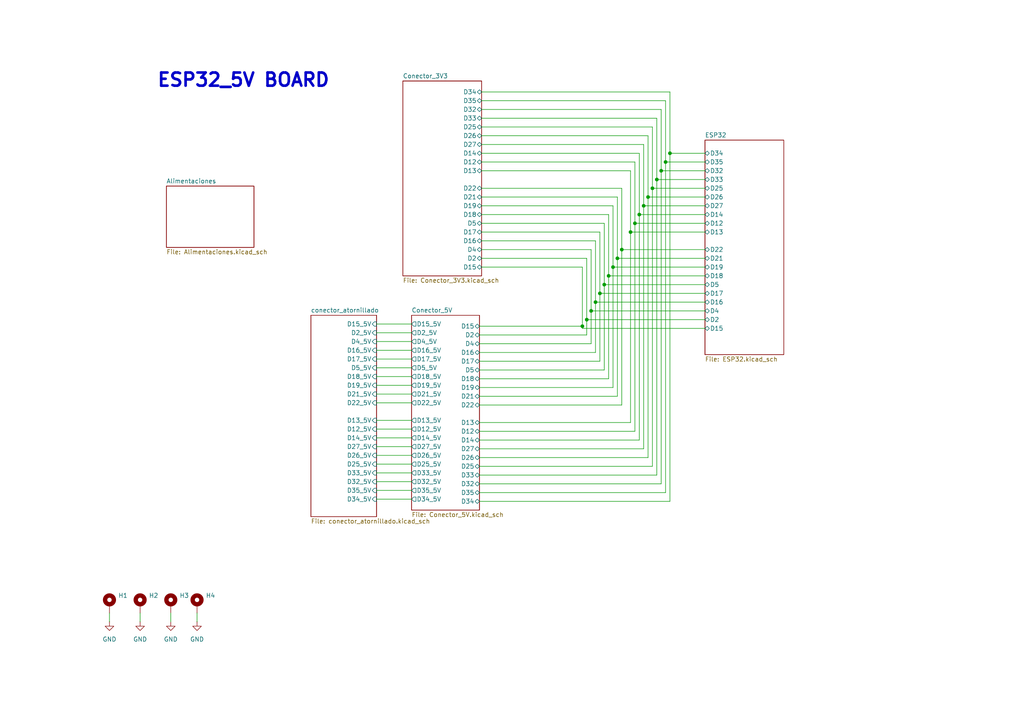
<source format=kicad_sch>
(kicad_sch (version 20250114) (generator "eeschema") (generator_version "9.0")
  (paper "A4")
  (lib_symbols
    (symbol "Mechanical:MountingHole_Pad" (pin_numbers (hide yes)) (pin_names (offset 1.016) (hide yes)) (in_bom no)
      (property "Reference" "H" (at 0 6.35 0))
      (property "Value" "MountingHole_Pad" (at 0 4.445 0))
      (symbol "MountingHole_Pad_0_1"
        (circle (center 0 1.27) (radius 1.27) (stroke (width 1.27)))
      )
      (symbol "MountingHole_Pad_1_1"
        (pin input line (at 0 -2.54 90) (length 2.54) (name "1") (number "1"))
      )
    )
    (symbol "power:GND" (power) (pin_numbers (hide yes)) (pin_names (offset 0) (hide yes))
      (property "Value" "GND" (at 0 -3.81 0))
      (symbol "GND_0_1"
        (polyline (pts (xy 0 0) (xy 0 -1.27) (xy 1.27 -1.27) (xy 0 -2.54) (xy -1.27 -1.27) (xy 0 -1.27)))
      )
      (symbol "GND_1_1"
        (pin power_in line (at 0 0 270) (length 0) (name "~") (number "1"))
      )
    )
  )
  (text "ESP32_5V BOARD" (at 70.612 23.368 0) (effects (font (size 3.81 3.81) (thickness 0.762) (bold yes))))
  (junction (at 193.04 46.99))
  (junction (at 185.42 62.23))
  (junction (at 187.96 57.15))
  (junction (at 186.69 59.69))
  (junction (at 173.99 85.09))
  (junction (at 168.91 94.615))
  (junction (at 180.34 72.39))
  (junction (at 182.88 67.31))
  (junction (at 171.45 90.17))
  (junction (at 179.07 74.93))
  (junction (at 189.23 54.61))
  (junction (at 176.53 80.01))
  (junction (at 194.31 44.45))
  (junction (at 177.8 77.47))
  (junction (at 184.15 64.77))
  (junction (at 190.5 52.07))
  (junction (at 172.72 87.63))
  (junction (at 175.26 82.55))
  (junction (at 191.77 49.53))
  (junction (at 170.18 92.71))
  (wire (pts (xy 119.38 101.6) (xy 109.22 101.6)))
  (wire (pts (xy 139.065 94.615) (xy 168.91 94.615)))
  (wire (pts (xy 186.69 59.69) (xy 204.47 59.69)))
  (wire (pts (xy 170.18 92.71) (xy 170.18 97.155)))
  (wire (pts (xy 171.45 90.17) (xy 171.45 72.39)))
  (wire (pts (xy 182.88 122.555) (xy 182.88 67.31)))
  (wire (pts (xy 189.23 135.255) (xy 189.23 54.61)))
  (wire (pts (xy 171.45 99.695) (xy 171.45 90.17)))
  (wire (pts (xy 190.5 137.795) (xy 190.5 52.07)))
  (wire (pts (xy 139.065 140.335) (xy 191.77 140.335)))
  (wire (pts (xy 193.04 142.875) (xy 193.04 46.99)))
  (wire (pts (xy 139.065 114.935) (xy 179.07 114.935)))
  (wire (pts (xy 180.34 117.475) (xy 180.34 72.39)))
  (wire (pts (xy 190.5 52.07) (xy 204.47 52.07)))
  (wire (pts (xy 177.8 112.395) (xy 177.8 77.47)))
  (wire (pts (xy 119.38 106.68) (xy 109.22 106.68)))
  (wire (pts (xy 189.23 54.61) (xy 189.23 36.83)))
  (wire (pts (xy 109.22 93.98) (xy 119.38 93.98)))
  (wire (pts (xy 173.99 85.09) (xy 173.99 67.31)))
  (wire (pts (xy 184.15 46.99) (xy 139.7 46.99)))
  (wire (pts (xy 139.065 99.695) (xy 171.45 99.695)))
  (wire (pts (xy 31.75 180.34) (xy 31.75 177.8)))
  (wire (pts (xy 175.26 82.55) (xy 175.26 64.77)))
  (wire (pts (xy 119.38 137.16) (xy 109.22 137.16)))
  (wire (pts (xy 119.38 132.08) (xy 109.22 132.08)))
  (wire (pts (xy 40.64 180.34) (xy 40.64 177.8)))
  (wire (pts (xy 185.42 127.635) (xy 185.42 62.23)))
  (wire (pts (xy 194.31 44.45) (xy 204.47 44.45)))
  (wire (pts (xy 175.26 107.315) (xy 175.26 82.55)))
  (wire (pts (xy 170.18 74.93) (xy 139.7 74.93)))
  (wire (pts (xy 185.42 44.45) (xy 139.7 44.45)))
  (wire (pts (xy 170.18 92.71) (xy 204.47 92.71)))
  (wire (pts (xy 139.065 145.415) (xy 194.31 145.415)))
  (wire (pts (xy 193.04 46.99) (xy 193.04 29.21)))
  (wire (pts (xy 184.15 64.77) (xy 204.47 64.77)))
  (wire (pts (xy 139.065 109.855) (xy 176.53 109.855)))
  (wire (pts (xy 171.45 72.39) (xy 139.7 72.39)))
  (wire (pts (xy 186.69 130.175) (xy 186.69 59.69)))
  (wire (pts (xy 176.53 80.01) (xy 176.53 62.23)))
  (wire (pts (xy 139.065 122.555) (xy 182.88 122.555)))
  (wire (pts (xy 168.91 77.47) (xy 139.7 77.47)))
  (wire (pts (xy 173.99 85.09) (xy 204.47 85.09)))
  (wire (pts (xy 171.45 90.17) (xy 204.47 90.17)))
  (wire (pts (xy 139.065 142.875) (xy 193.04 142.875)))
  (wire (pts (xy 139.065 102.235) (xy 172.72 102.235)))
  (wire (pts (xy 191.77 49.53) (xy 204.47 49.53)))
  (wire (pts (xy 194.31 44.45) (xy 194.31 26.67)))
  (wire (pts (xy 193.04 46.99) (xy 204.47 46.99)))
  (wire (pts (xy 175.26 82.55) (xy 204.47 82.55)))
  (wire (pts (xy 119.38 116.84) (xy 109.22 116.84)))
  (wire (pts (xy 139.065 117.475) (xy 180.34 117.475)))
  (wire (pts (xy 119.38 104.14) (xy 109.22 104.14)))
  (wire (pts (xy 172.72 69.85) (xy 139.7 69.85)))
  (wire (pts (xy 180.34 54.61) (xy 139.7 54.61)))
  (wire (pts (xy 176.53 80.01) (xy 204.47 80.01)))
  (wire (pts (xy 177.8 77.47) (xy 177.8 59.69)))
  (wire (pts (xy 190.5 34.29) (xy 139.7 34.29)))
  (wire (pts (xy 184.15 125.095) (xy 184.15 64.77)))
  (wire (pts (xy 168.91 94.615) (xy 168.91 95.25)))
  (wire (pts (xy 179.07 114.935) (xy 179.07 74.93)))
  (wire (pts (xy 119.38 111.76) (xy 109.22 111.76)))
  (wire (pts (xy 139.065 127.635) (xy 185.42 127.635)))
  (wire (pts (xy 186.69 59.69) (xy 186.69 41.91)))
  (wire (pts (xy 172.72 87.63) (xy 204.47 87.63)))
  (wire (pts (xy 139.065 130.175) (xy 186.69 130.175)))
  (wire (pts (xy 49.53 180.34) (xy 49.53 177.8)))
  (wire (pts (xy 139.065 97.155) (xy 170.18 97.155)))
  (wire (pts (xy 57.15 180.34) (xy 57.15 177.8)))
  (wire (pts (xy 185.42 62.23) (xy 185.42 44.45)))
  (wire (pts (xy 191.77 49.53) (xy 191.77 31.75)))
  (wire (pts (xy 179.07 74.93) (xy 179.07 57.15)))
  (wire (pts (xy 187.96 39.37) (xy 139.7 39.37)))
  (wire (pts (xy 139.065 137.795) (xy 190.5 137.795)))
  (wire (pts (xy 168.91 95.25) (xy 204.47 95.25)))
  (wire (pts (xy 109.22 96.52) (xy 119.38 96.52)))
  (wire (pts (xy 139.065 132.715) (xy 187.96 132.715)))
  (wire (pts (xy 139.065 135.255) (xy 189.23 135.255)))
  (wire (pts (xy 139.065 104.775) (xy 173.99 104.775)))
  (wire (pts (xy 119.38 129.54) (xy 109.22 129.54)))
  (wire (pts (xy 194.31 26.67) (xy 139.7 26.67)))
  (wire (pts (xy 119.38 139.7) (xy 109.22 139.7)))
  (wire (pts (xy 139.065 125.095) (xy 184.15 125.095)))
  (wire (pts (xy 176.53 62.23) (xy 139.7 62.23)))
  (wire (pts (xy 184.15 64.77) (xy 184.15 46.99)))
  (wire (pts (xy 170.18 92.71) (xy 170.18 74.93)))
  (wire (pts (xy 182.88 49.53) (xy 139.7 49.53)))
  (wire (pts (xy 194.31 145.415) (xy 194.31 44.45)))
  (wire (pts (xy 109.22 99.06) (xy 119.38 99.06)))
  (wire (pts (xy 139.065 112.395) (xy 177.8 112.395)))
  (wire (pts (xy 186.69 41.91) (xy 139.7 41.91)))
  (wire (pts (xy 189.23 36.83) (xy 139.7 36.83)))
  (wire (pts (xy 168.91 94.615) (xy 168.91 77.47)))
  (wire (pts (xy 139.065 107.315) (xy 175.26 107.315)))
  (wire (pts (xy 191.77 31.75) (xy 139.7 31.75)))
  (wire (pts (xy 119.38 114.3) (xy 109.22 114.3)))
  (wire (pts (xy 187.96 132.715) (xy 187.96 57.15)))
  (wire (pts (xy 180.34 72.39) (xy 180.34 54.61)))
  (wire (pts (xy 173.99 67.31) (xy 139.7 67.31)))
  (wire (pts (xy 119.38 142.24) (xy 109.22 142.24)))
  (wire (pts (xy 193.04 29.21) (xy 139.7 29.21)))
  (wire (pts (xy 172.72 87.63) (xy 172.72 69.85)))
  (wire (pts (xy 182.88 67.31) (xy 204.47 67.31)))
  (wire (pts (xy 176.53 109.855) (xy 176.53 80.01)))
  (wire (pts (xy 119.38 124.46) (xy 109.22 124.46)))
  (wire (pts (xy 119.38 109.22) (xy 109.22 109.22)))
  (wire (pts (xy 189.23 54.61) (xy 204.47 54.61)))
  (wire (pts (xy 180.34 72.39) (xy 204.47 72.39)))
  (wire (pts (xy 177.8 77.47) (xy 204.47 77.47)))
  (wire (pts (xy 119.38 144.78) (xy 109.22 144.78)))
  (wire (pts (xy 187.96 57.15) (xy 187.96 39.37)))
  (wire (pts (xy 190.5 52.07) (xy 190.5 34.29)))
  (wire (pts (xy 119.38 121.92) (xy 109.22 121.92)))
  (wire (pts (xy 175.26 64.77) (xy 139.7 64.77)))
  (wire (pts (xy 179.07 57.15) (xy 139.7 57.15)))
  (wire (pts (xy 185.42 62.23) (xy 204.47 62.23)))
  (wire (pts (xy 119.38 134.62) (xy 109.22 134.62)))
  (wire (pts (xy 173.99 104.775) (xy 173.99 85.09)))
  (wire (pts (xy 187.96 57.15) (xy 204.47 57.15)))
  (wire (pts (xy 177.8 59.69) (xy 139.7 59.69)))
  (wire (pts (xy 179.07 74.93) (xy 204.47 74.93)))
  (wire (pts (xy 119.38 127) (xy 109.22 127)))
  (wire (pts (xy 191.77 140.335) (xy 191.77 49.53)))
  (wire (pts (xy 182.88 67.31) (xy 182.88 49.53)))
  (wire (pts (xy 172.72 87.63) (xy 172.72 102.235)))
  (symbol (lib_id "power:GND") (at 49.53 180.34 0) (unit 1)
    (property "Reference" "#PWR033" (effects (hide yes)))
    (property "Value" "GND" (at 49.53 185.42 0))
    (property "Description" "Power symbol creates a global label with name \"GND\" , ground" (effects (hide yes)))
  )
  (symbol (lib_id "power:GND") (at 31.75 180.34 0) (unit 1)
    (property "Reference" "#PWR031" (effects (hide yes)))
    (property "Value" "GND" (at 31.75 185.42 0))
    (property "Description" "Power symbol creates a global label with name \"GND\" , ground" (effects (hide yes)))
  )
  (symbol (lib_id "Mechanical:MountingHole_Pad") (at 31.75 175.26 0) (unit 1) (in_bom no)
    (property "Reference" "H1" (at 34.29 172.7199 0) (effects (justify left)))
    (property "Value" "MountingHole_Pad" (effects (hide yes)))
    (property "Footprint" "MountingHole:MountingHole_3.2mm_M3_Pad_Via" (effects (hide yes)))
    (property "Description" "Mounting Hole with connection" (effects (hide yes)))
  )
  (symbol (lib_id "Mechanical:MountingHole_Pad") (at 49.53 175.26 0) (unit 1) (in_bom no)
    (property "Reference" "H3" (at 52.07 172.7199 0) (effects (justify left)))
    (property "Value" "MountingHole_Pad" (effects (hide yes)))
    (property "Footprint" "MountingHole:MountingHole_3.2mm_M3_Pad_Via" (effects (hide yes)))
    (property "Description" "Mounting Hole with connection" (effects (hide yes)))
  )
  (symbol (lib_id "Mechanical:MountingHole_Pad") (at 40.64 175.26 0) (unit 1) (in_bom no)
    (property "Reference" "H2" (at 43.18 172.7199 0) (effects (justify left)))
    (property "Value" "MountingHole_Pad" (effects (hide yes)))
    (property "Footprint" "MountingHole:MountingHole_3.2mm_M3_Pad_Via" (effects (hide yes)))
    (property "Description" "Mounting Hole with connection" (effects (hide yes)))
  )
  (symbol (lib_id "Mechanical:MountingHole_Pad") (at 57.15 175.26 0) (unit 1) (in_bom no)
    (property "Reference" "H4" (at 59.69 172.7199 0) (effects (justify left)))
    (property "Value" "MountingHole_Pad" (effects (hide yes)))
    (property "Footprint" "MountingHole:MountingHole_3.2mm_M3_Pad_Via" (effects (hide yes)))
    (property "Description" "Mounting Hole with connection" (effects (hide yes)))
  )
  (symbol (lib_id "power:GND") (at 57.15 180.34 0) (unit 1)
    (property "Reference" "#PWR034" (effects (hide yes)))
    (property "Value" "GND" (at 57.15 185.42 0))
    (property "Description" "Power symbol creates a global label with name \"GND\" , ground" (effects (hide yes)))
  )
  (symbol (lib_id "power:GND") (at 40.64 180.34 0) (unit 1)
    (property "Reference" "#PWR032" (effects (hide yes)))
    (property "Value" "GND" (at 40.64 185.42 0))
    (property "Description" "Power symbol creates a global label with name \"GND\" , ground" (effects (hide yes)))
  )
  (sheet (at 204.47 40.64) (size 22.86 62.23) (stroke (width 0.1524))
    (property "Sheetname" "ESP32" (at 204.47 39.9284 0) (effects (justify left bottom)))
    (property "Sheetfile" "ESP32.kicad_sch" (at 204.47 103.4546 0) (effects (justify left top)))
    (pin "D2" bidirectional (at 204.47 92.71 180))
    (pin "D4" bidirectional (at 204.47 90.17 180))
    (pin "D5" bidirectional (at 204.47 82.55 180))
    (pin "D12" bidirectional (at 204.47 64.77 180))
    (pin "D13" bidirectional (at 204.47 67.31 180))
    (pin "D14" bidirectional (at 204.47 62.23 180))
    (pin "D15" bidirectional (at 204.47 95.25 180))
    (pin "D16" bidirectional (at 204.47 87.63 180))
    (pin "D17" bidirectional (at 204.47 85.09 180))
    (pin "D18" bidirectional (at 204.47 80.01 180))
    (pin "D19" bidirectional (at 204.47 77.47 180))
    (pin "D21" bidirectional (at 204.47 74.93 180))
    (pin "D22" bidirectional (at 204.47 72.39 180))
    (pin "D25" bidirectional (at 204.47 54.61 180))
    (pin "D26" bidirectional (at 204.47 57.15 180))
    (pin "D27" bidirectional (at 204.47 59.69 180))
    (pin "D32" bidirectional (at 204.47 49.53 180))
    (pin "D33" bidirectional (at 204.47 52.07 180))
    (pin "D34" bidirectional (at 204.47 44.45 180))
    (pin "D35" bidirectional (at 204.47 46.99 180))
  )
  (sheet (at 119.38 91.44) (size 19.685 56.515) (stroke (width 0.1524))
    (property "Sheetname" "Conector_5V" (at 119.38 90.7284 0) (effects (justify left bottom)))
    (property "Sheetfile" "Conector_5V.kicad_sch" (at 119.38 148.5396 0) (effects (justify left top)))
    (pin "D2" bidirectional (at 139.065 97.155 0))
    (pin "D34" bidirectional (at 139.065 145.415 0))
    (pin "D32" bidirectional (at 139.065 140.335 0))
    (pin "D25" bidirectional (at 139.065 135.255 0))
    (pin "D27" bidirectional (at 139.065 130.175 0))
    (pin "D35" bidirectional (at 139.065 142.875 0))
    (pin "D21" bidirectional (at 139.065 114.935 0))
    (pin "D13" bidirectional (at 139.065 122.555 0))
    (pin "D14" bidirectional (at 139.065 127.635 0))
    (pin "D19" bidirectional (at 139.065 112.395 0))
    (pin "D33" bidirectional (at 139.065 137.795 0))
    (pin "D22" bidirectional (at 139.065 117.475 0))
    (pin "D17" bidirectional (at 139.065 104.775 0))
    (pin "D15" bidirectional (at 139.065 94.615 0))
    (pin "D18" bidirectional (at 139.065 109.855 0))
    (pin "D4" bidirectional (at 139.065 99.695 0))
    (pin "D5" bidirectional (at 139.065 107.315 0))
    (pin "D12" bidirectional (at 139.065 125.095 0))
    (pin "D26" bidirectional (at 139.065 132.715 0))
    (pin "D16" bidirectional (at 139.065 102.235 0))
    (pin "D26_5V" output (at 119.38 132.08 180))
    (pin "D14_5V" output (at 119.38 127 180))
    (pin "D5_5V" output (at 119.38 106.68 180))
    (pin "D12_5V" output (at 119.38 124.46 180))
    (pin "D19_5V" output (at 119.38 111.76 180))
    (pin "D25_5V" output (at 119.38 134.62 180))
    (pin "D4_5V" output (at 119.38 99.06 180))
    (pin "D2_5V" output (at 119.38 96.52 180))
    (pin "D22_5V" output (at 119.38 116.84 180))
    (pin "D32_5V" output (at 119.38 139.7 180))
    (pin "D21_5V" output (at 119.38 114.3 180))
    (pin "D17_5V" output (at 119.38 104.14 180))
    (pin "D18_5V" output (at 119.38 109.22 180))
    (pin "D27_5V" output (at 119.38 129.54 180))
    (pin "D16_5V" output (at 119.38 101.6 180))
    (pin "D15_5V" output (at 119.38 93.98 180))
    (pin "D13_5V" output (at 119.38 121.92 180))
    (pin "D35_5V" output (at 119.38 142.24 180))
    (pin "D33_5V" output (at 119.38 137.16 180))
    (pin "D34_5V" output (at 119.38 144.78 180))
  )
  (sheet (at 116.84 23.495) (size 22.86 56.515) (stroke (width 0.1524))
    (property "Sheetname" "Conector_3V3" (at 116.84 22.7834 0) (effects (justify left bottom)))
    (property "Sheetfile" "Conector_3V3.kicad_sch" (at 116.84 80.5946 0) (effects (justify left top)))
    (pin "D12" bidirectional (at 139.7 46.99 0))
    (pin "D13" bidirectional (at 139.7 49.53 0))
    (pin "D14" bidirectional (at 139.7 44.45 0))
    (pin "D25" bidirectional (at 139.7 36.83 0))
    (pin "D26" bidirectional (at 139.7 39.37 0))
    (pin "D27" bidirectional (at 139.7 41.91 0))
    (pin "D32" bidirectional (at 139.7 31.75 0))
    (pin "D33" bidirectional (at 139.7 34.29 0))
    (pin "D34" bidirectional (at 139.7 26.67 0))
    (pin "D35" bidirectional (at 139.7 29.21 0))
    (pin "D15" bidirectional (at 139.7 77.47 0))
    (pin "D18" bidirectional (at 139.7 62.23 0))
    (pin "D17" bidirectional (at 139.7 67.31 0))
    (pin "D22" bidirectional (at 139.7 54.61 0))
    (pin "D4" bidirectional (at 139.7 72.39 0))
    (pin "D2" bidirectional (at 139.7 74.93 0))
    (pin "D19" bidirectional (at 139.7 59.69 0))
    (pin "D16" bidirectional (at 139.7 69.85 0))
    (pin "D21" bidirectional (at 139.7 57.15 0))
    (pin "D5" bidirectional (at 139.7 64.77 0))
  )
  (sheet (at 90.17 91.44) (size 19.05 58.42) (stroke (width 0.1524))
    (property "Sheetname" "conector_atornillado" (at 90.17 90.7284 0) (effects (justify left bottom)))
    (property "Sheetfile" "conector_atornillado.kicad_sch" (at 90.17 150.4446 0) (effects (justify left top)))
    (pin "D26_5V" input (at 109.22 132.08 0))
    (pin "D13_5V" input (at 109.22 121.92 0))
    (pin "D16_5V" input (at 109.22 101.6 0))
    (pin "D25_5V" input (at 109.22 134.62 0))
    (pin "D14_5V" input (at 109.22 127 0))
    (pin "D4_5V" input (at 109.22 99.06 0))
    (pin "D27_5V" input (at 109.22 129.54 0))
    (pin "D15_5V" input (at 109.22 93.98 0))
    (pin "D2_5V" input (at 109.22 96.52 0))
    (pin "D18_5V" input (at 109.22 109.22 0))
    (pin "D22_5V" input (at 109.22 116.84 0))
    (pin "D17_5V" input (at 109.22 104.14 0))
    (pin "D34_5V" input (at 109.22 144.78 0))
    (pin "D32_5V" input (at 109.22 139.7 0))
    (pin "D35_5V" input (at 109.22 142.24 0))
    (pin "D33_5V" input (at 109.22 137.16 0))
    (pin "D5_5V" input (at 109.22 106.68 0))
    (pin "D19_5V" input (at 109.22 111.76 0))
    (pin "D12_5V" input (at 109.22 124.46 0))
    (pin "D21_5V" input (at 109.22 114.3 0))
  )
  (sheet (at 48.26 53.975) (size 25.4 17.78) (stroke (width 0.1524))
    (property "Sheetname" "Alimentaciones" (at 48.26 53.2634 0) (effects (justify left bottom)))
    (property "Sheetfile" "Alimentaciones.kicad_sch" (at 48.26 72.3396 0) (effects (justify left top)))
  )
)
</source>
